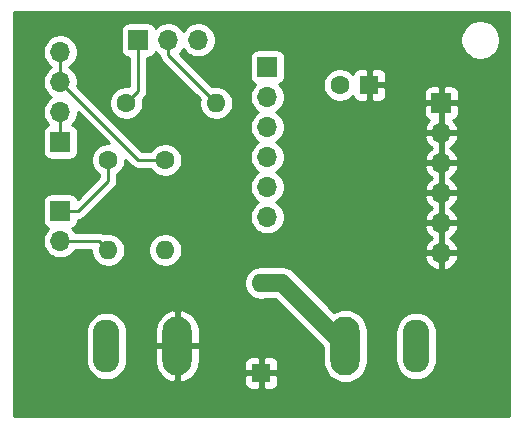
<source format=gtl>
%TF.GenerationSoftware,KiCad,Pcbnew,(5.1.10)-1*%
%TF.CreationDate,2021-06-21T00:52:30-07:00*%
%TF.ProjectId,LED Matrix,4c454420-4d61-4747-9269-782e6b696361,v01*%
%TF.SameCoordinates,Original*%
%TF.FileFunction,Copper,L1,Top*%
%TF.FilePolarity,Positive*%
%FSLAX46Y46*%
G04 Gerber Fmt 4.6, Leading zero omitted, Abs format (unit mm)*
G04 Created by KiCad (PCBNEW (5.1.10)-1) date 2021-06-21 00:52:30*
%MOMM*%
%LPD*%
G01*
G04 APERTURE LIST*
%TA.AperFunction,ComponentPad*%
%ADD10R,1.600000X1.600000*%
%TD*%
%TA.AperFunction,ComponentPad*%
%ADD11C,1.600000*%
%TD*%
%TA.AperFunction,ComponentPad*%
%ADD12O,2.250000X4.500000*%
%TD*%
%TA.AperFunction,ComponentPad*%
%ADD13O,2.500000X5.000000*%
%TD*%
%TA.AperFunction,ComponentPad*%
%ADD14R,1.700000X1.700000*%
%TD*%
%TA.AperFunction,ComponentPad*%
%ADD15O,1.700000X1.700000*%
%TD*%
%TA.AperFunction,ComponentPad*%
%ADD16O,1.600000X1.600000*%
%TD*%
%TA.AperFunction,Conductor*%
%ADD17C,1.524000*%
%TD*%
%TA.AperFunction,Conductor*%
%ADD18C,0.250000*%
%TD*%
%TA.AperFunction,Conductor*%
%ADD19C,0.254000*%
%TD*%
%TA.AperFunction,Conductor*%
%ADD20C,0.100000*%
%TD*%
G04 APERTURE END LIST*
D10*
%TO.P,C1,1*%
%TO.N,VDD*%
X152654000Y-83058000D03*
D11*
%TO.P,C1,2*%
%TO.N,GND*%
X150154000Y-83058000D03*
%TD*%
D12*
%TO.P,J1,2*%
%TO.N,GND*%
X130398000Y-105156000D03*
D13*
%TO.P,J1,1*%
%TO.N,VDD*%
X136398000Y-105156000D03*
%TD*%
D12*
%TO.P,J2,2*%
%TO.N,GND*%
X156622000Y-105156000D03*
D13*
%TO.P,J2,1*%
%TO.N,Net-(J2-Pad1)*%
X150622000Y-105156000D03*
%TD*%
D14*
%TO.P,J3,1*%
%TO.N,VDD*%
X158750000Y-84582000D03*
D15*
%TO.P,J3,2*%
X158750000Y-87122000D03*
%TO.P,J3,3*%
X158750000Y-89662000D03*
%TO.P,J3,4*%
X158750000Y-92202000D03*
%TO.P,J3,5*%
X158750000Y-94742000D03*
%TO.P,J3,6*%
X158750000Y-97282000D03*
%TD*%
%TO.P,J4,6*%
%TO.N,GND*%
X144018000Y-94234000D03*
%TO.P,J4,5*%
X144018000Y-91694000D03*
%TO.P,J4,4*%
X144018000Y-89154000D03*
%TO.P,J4,3*%
X144018000Y-86614000D03*
%TO.P,J4,2*%
X144018000Y-84074000D03*
D14*
%TO.P,J4,1*%
X144018000Y-81534000D03*
%TD*%
%TO.P,J5,1*%
%TO.N,Net-(J5-Pad1)*%
X133096000Y-79248000D03*
D15*
%TO.P,J5,2*%
%TO.N,Net-(J5-Pad2)*%
X135636000Y-79248000D03*
%TO.P,J5,3*%
%TO.N,GND*%
X138176000Y-79248000D03*
%TD*%
D14*
%TO.P,J6,1*%
%TO.N,Net-(J6-Pad1)*%
X126492000Y-93726000D03*
D15*
%TO.P,J6,2*%
%TO.N,Net-(J6-Pad2)*%
X126492000Y-96266000D03*
%TD*%
D14*
%TO.P,J7,1*%
%TO.N,Net-(J7-Pad1)*%
X126492000Y-87884000D03*
D15*
%TO.P,J7,2*%
X126492000Y-85344000D03*
%TO.P,J7,3*%
%TO.N,Net-(J7-Pad3)*%
X126492000Y-82804000D03*
%TO.P,J7,4*%
X126492000Y-80264000D03*
%TD*%
D16*
%TO.P,R1,2*%
%TO.N,Net-(J5-Pad2)*%
X139700000Y-84582000D03*
D11*
%TO.P,R1,1*%
%TO.N,Net-(J5-Pad1)*%
X132080000Y-84582000D03*
%TD*%
%TO.P,R2,1*%
%TO.N,Net-(J6-Pad1)*%
X130556000Y-89408000D03*
D16*
%TO.P,R2,2*%
%TO.N,Net-(J6-Pad2)*%
X130556000Y-97028000D03*
%TD*%
D11*
%TO.P,R3,1*%
%TO.N,Net-(J7-Pad3)*%
X135382000Y-89408000D03*
D16*
%TO.P,R3,2*%
%TO.N,GND*%
X135382000Y-97028000D03*
%TD*%
%TO.P,SW1,2*%
%TO.N,Net-(J2-Pad1)*%
X143510000Y-99822000D03*
D10*
%TO.P,SW1,1*%
%TO.N,VDD*%
X143510000Y-107442000D03*
%TD*%
D17*
%TO.N,Net-(J2-Pad1)*%
X145288000Y-99822000D02*
X150622000Y-105156000D01*
X143510000Y-99822000D02*
X145288000Y-99822000D01*
D18*
%TO.N,Net-(J5-Pad1)*%
X133096000Y-83566000D02*
X132080000Y-84582000D01*
X133096000Y-79248000D02*
X133096000Y-83566000D01*
%TO.N,Net-(J5-Pad2)*%
X135636000Y-80518000D02*
X139700000Y-84582000D01*
X135636000Y-79248000D02*
X135636000Y-80518000D01*
%TO.N,Net-(J6-Pad1)*%
X130556000Y-91186000D02*
X130556000Y-89408000D01*
X128016000Y-93726000D02*
X130556000Y-91186000D01*
X126492000Y-93726000D02*
X128016000Y-93726000D01*
%TO.N,Net-(J6-Pad2)*%
X129794000Y-96266000D02*
X130556000Y-97028000D01*
X126492000Y-96266000D02*
X129794000Y-96266000D01*
%TO.N,Net-(J7-Pad1)*%
X126492000Y-85344000D02*
X126492000Y-87884000D01*
%TO.N,Net-(J7-Pad3)*%
X126492000Y-80264000D02*
X126492000Y-82804000D01*
X133096000Y-89408000D02*
X135382000Y-89408000D01*
X126492000Y-82804000D02*
X133096000Y-89408000D01*
%TD*%
D19*
%TO.N,VDD*%
X164452301Y-111112300D02*
X122567700Y-111112300D01*
X122567700Y-106367452D01*
X128638000Y-106367452D01*
X128663467Y-106626019D01*
X128764105Y-106957780D01*
X128927534Y-107263533D01*
X129147471Y-107531529D01*
X129415466Y-107751466D01*
X129721219Y-107914895D01*
X130052980Y-108015533D01*
X130398000Y-108049515D01*
X130743019Y-108015533D01*
X131074780Y-107914895D01*
X131380533Y-107751466D01*
X131648529Y-107531529D01*
X131868466Y-107263534D01*
X132031895Y-106957781D01*
X132132533Y-106626020D01*
X132158000Y-106367453D01*
X132158000Y-105283000D01*
X134513000Y-105283000D01*
X134513000Y-106533000D01*
X134573996Y-106898305D01*
X134705088Y-107244691D01*
X134901237Y-107558847D01*
X135154906Y-107828699D01*
X135456347Y-108043878D01*
X135793975Y-108196114D01*
X135978355Y-108243695D01*
X136271000Y-108127572D01*
X136271000Y-105283000D01*
X136525000Y-105283000D01*
X136525000Y-108127572D01*
X136817645Y-108243695D01*
X136824213Y-108242000D01*
X142071928Y-108242000D01*
X142084188Y-108366482D01*
X142120498Y-108486180D01*
X142179463Y-108596494D01*
X142258815Y-108693185D01*
X142355506Y-108772537D01*
X142465820Y-108831502D01*
X142585518Y-108867812D01*
X142710000Y-108880072D01*
X143224250Y-108877000D01*
X143383000Y-108718250D01*
X143383000Y-107569000D01*
X143637000Y-107569000D01*
X143637000Y-108718250D01*
X143795750Y-108877000D01*
X144310000Y-108880072D01*
X144434482Y-108867812D01*
X144554180Y-108831502D01*
X144664494Y-108772537D01*
X144761185Y-108693185D01*
X144840537Y-108596494D01*
X144899502Y-108486180D01*
X144935812Y-108366482D01*
X144948072Y-108242000D01*
X144945000Y-107727750D01*
X144786250Y-107569000D01*
X143637000Y-107569000D01*
X143383000Y-107569000D01*
X142233750Y-107569000D01*
X142075000Y-107727750D01*
X142071928Y-108242000D01*
X136824213Y-108242000D01*
X137002025Y-108196114D01*
X137339653Y-108043878D01*
X137641094Y-107828699D01*
X137894763Y-107558847D01*
X138090912Y-107244691D01*
X138222004Y-106898305D01*
X138264799Y-106642000D01*
X142071928Y-106642000D01*
X142075000Y-107156250D01*
X142233750Y-107315000D01*
X143383000Y-107315000D01*
X143383000Y-106165750D01*
X143637000Y-106165750D01*
X143637000Y-107315000D01*
X144786250Y-107315000D01*
X144945000Y-107156250D01*
X144948072Y-106642000D01*
X144935812Y-106517518D01*
X144899502Y-106397820D01*
X144840537Y-106287506D01*
X144761185Y-106190815D01*
X144664494Y-106111463D01*
X144554180Y-106052498D01*
X144434482Y-106016188D01*
X144310000Y-106003928D01*
X143795750Y-106007000D01*
X143637000Y-106165750D01*
X143383000Y-106165750D01*
X143224250Y-106007000D01*
X142710000Y-106003928D01*
X142585518Y-106016188D01*
X142465820Y-106052498D01*
X142355506Y-106111463D01*
X142258815Y-106190815D01*
X142179463Y-106287506D01*
X142120498Y-106397820D01*
X142084188Y-106517518D01*
X142071928Y-106642000D01*
X138264799Y-106642000D01*
X138283000Y-106533000D01*
X138283000Y-105283000D01*
X136525000Y-105283000D01*
X136271000Y-105283000D01*
X134513000Y-105283000D01*
X132158000Y-105283000D01*
X132158000Y-103944547D01*
X132141695Y-103779000D01*
X134513000Y-103779000D01*
X134513000Y-105029000D01*
X136271000Y-105029000D01*
X136271000Y-102184428D01*
X136525000Y-102184428D01*
X136525000Y-105029000D01*
X138283000Y-105029000D01*
X138283000Y-103779000D01*
X138222004Y-103413695D01*
X138090912Y-103067309D01*
X137894763Y-102753153D01*
X137641094Y-102483301D01*
X137339653Y-102268122D01*
X137002025Y-102115886D01*
X136817645Y-102068305D01*
X136525000Y-102184428D01*
X136271000Y-102184428D01*
X135978355Y-102068305D01*
X135793975Y-102115886D01*
X135456347Y-102268122D01*
X135154906Y-102483301D01*
X134901237Y-102753153D01*
X134705088Y-103067309D01*
X134573996Y-103413695D01*
X134513000Y-103779000D01*
X132141695Y-103779000D01*
X132132533Y-103685980D01*
X132031895Y-103354219D01*
X131868466Y-103048466D01*
X131648529Y-102780471D01*
X131380534Y-102560534D01*
X131074781Y-102397105D01*
X130743020Y-102296467D01*
X130398000Y-102262485D01*
X130052981Y-102296467D01*
X129721220Y-102397105D01*
X129415467Y-102560534D01*
X129147472Y-102780471D01*
X128927535Y-103048466D01*
X128764106Y-103354219D01*
X128663468Y-103685980D01*
X128638001Y-103944547D01*
X128638000Y-106367452D01*
X122567700Y-106367452D01*
X122567700Y-99680665D01*
X142075000Y-99680665D01*
X142075000Y-99963335D01*
X142130147Y-100240574D01*
X142238320Y-100501727D01*
X142395363Y-100736759D01*
X142595241Y-100936637D01*
X142830273Y-101093680D01*
X143091426Y-101201853D01*
X143368665Y-101257000D01*
X143651335Y-101257000D01*
X143842371Y-101219000D01*
X144709345Y-101219000D01*
X148737001Y-105246657D01*
X148737001Y-106498597D01*
X148764276Y-106775524D01*
X148872062Y-107130848D01*
X149047098Y-107458317D01*
X149282656Y-107745345D01*
X149569684Y-107980903D01*
X149897153Y-108155939D01*
X150252477Y-108263725D01*
X150622000Y-108300120D01*
X150991524Y-108263725D01*
X151346848Y-108155939D01*
X151674317Y-107980903D01*
X151961345Y-107745345D01*
X152196903Y-107458317D01*
X152371939Y-107130848D01*
X152479725Y-106775524D01*
X152507000Y-106498597D01*
X152507000Y-103944548D01*
X154862000Y-103944548D01*
X154862001Y-106367453D01*
X154887468Y-106626020D01*
X154988106Y-106957781D01*
X155151535Y-107263534D01*
X155371472Y-107531529D01*
X155639467Y-107751466D01*
X155945220Y-107914895D01*
X156276981Y-108015533D01*
X156622000Y-108049515D01*
X156967020Y-108015533D01*
X157298781Y-107914895D01*
X157604534Y-107751466D01*
X157872529Y-107531529D01*
X158092466Y-107263534D01*
X158255895Y-106957781D01*
X158356533Y-106626020D01*
X158382000Y-106367453D01*
X158382000Y-103944547D01*
X158356533Y-103685980D01*
X158255895Y-103354219D01*
X158092466Y-103048466D01*
X157872529Y-102780471D01*
X157604533Y-102560534D01*
X157298780Y-102397105D01*
X156967019Y-102296467D01*
X156622000Y-102262485D01*
X156276980Y-102296467D01*
X155945219Y-102397105D01*
X155639466Y-102560534D01*
X155371471Y-102780471D01*
X155151534Y-103048467D01*
X154988105Y-103354220D01*
X154887467Y-103685981D01*
X154862000Y-103944548D01*
X152507000Y-103944548D01*
X152507000Y-103813403D01*
X152479725Y-103536476D01*
X152371939Y-103181152D01*
X152196903Y-102853683D01*
X151961345Y-102566655D01*
X151674317Y-102331097D01*
X151346847Y-102156061D01*
X150991523Y-102048275D01*
X150622000Y-102011880D01*
X150252476Y-102048275D01*
X149897152Y-102156061D01*
X149702018Y-102260362D01*
X146324364Y-98882709D01*
X146280608Y-98829392D01*
X146067887Y-98654817D01*
X145825195Y-98525096D01*
X145561860Y-98445214D01*
X145356625Y-98425000D01*
X145288000Y-98418241D01*
X145219375Y-98425000D01*
X143842371Y-98425000D01*
X143651335Y-98387000D01*
X143368665Y-98387000D01*
X143091426Y-98442147D01*
X142830273Y-98550320D01*
X142595241Y-98707363D01*
X142395363Y-98907241D01*
X142238320Y-99142273D01*
X142130147Y-99403426D01*
X142075000Y-99680665D01*
X122567700Y-99680665D01*
X122567700Y-87034000D01*
X125003928Y-87034000D01*
X125003928Y-88734000D01*
X125016188Y-88858482D01*
X125052498Y-88978180D01*
X125111463Y-89088494D01*
X125190815Y-89185185D01*
X125287506Y-89264537D01*
X125397820Y-89323502D01*
X125517518Y-89359812D01*
X125642000Y-89372072D01*
X127342000Y-89372072D01*
X127466482Y-89359812D01*
X127586180Y-89323502D01*
X127696494Y-89264537D01*
X127793185Y-89185185D01*
X127872537Y-89088494D01*
X127931502Y-88978180D01*
X127967812Y-88858482D01*
X127980072Y-88734000D01*
X127980072Y-87034000D01*
X127967812Y-86909518D01*
X127931502Y-86789820D01*
X127872537Y-86679506D01*
X127793185Y-86582815D01*
X127696494Y-86503463D01*
X127586180Y-86444498D01*
X127513620Y-86422487D01*
X127645475Y-86290632D01*
X127807990Y-86047411D01*
X127919932Y-85777158D01*
X127977000Y-85490260D01*
X127977000Y-85363801D01*
X130586198Y-87973000D01*
X130414665Y-87973000D01*
X130137426Y-88028147D01*
X129876273Y-88136320D01*
X129641241Y-88293363D01*
X129441363Y-88493241D01*
X129284320Y-88728273D01*
X129176147Y-88989426D01*
X129121000Y-89266665D01*
X129121000Y-89549335D01*
X129176147Y-89826574D01*
X129284320Y-90087727D01*
X129441363Y-90322759D01*
X129641241Y-90522637D01*
X129796000Y-90626044D01*
X129796000Y-90871197D01*
X127955679Y-92711520D01*
X127931502Y-92631820D01*
X127872537Y-92521506D01*
X127793185Y-92424815D01*
X127696494Y-92345463D01*
X127586180Y-92286498D01*
X127466482Y-92250188D01*
X127342000Y-92237928D01*
X125642000Y-92237928D01*
X125517518Y-92250188D01*
X125397820Y-92286498D01*
X125287506Y-92345463D01*
X125190815Y-92424815D01*
X125111463Y-92521506D01*
X125052498Y-92631820D01*
X125016188Y-92751518D01*
X125003928Y-92876000D01*
X125003928Y-94576000D01*
X125016188Y-94700482D01*
X125052498Y-94820180D01*
X125111463Y-94930494D01*
X125190815Y-95027185D01*
X125287506Y-95106537D01*
X125397820Y-95165502D01*
X125470380Y-95187513D01*
X125338525Y-95319368D01*
X125176010Y-95562589D01*
X125064068Y-95832842D01*
X125007000Y-96119740D01*
X125007000Y-96412260D01*
X125064068Y-96699158D01*
X125176010Y-96969411D01*
X125338525Y-97212632D01*
X125545368Y-97419475D01*
X125788589Y-97581990D01*
X126058842Y-97693932D01*
X126345740Y-97751000D01*
X126638260Y-97751000D01*
X126925158Y-97693932D01*
X127195411Y-97581990D01*
X127438632Y-97419475D01*
X127645475Y-97212632D01*
X127770178Y-97026000D01*
X129121000Y-97026000D01*
X129121000Y-97169335D01*
X129176147Y-97446574D01*
X129284320Y-97707727D01*
X129441363Y-97942759D01*
X129641241Y-98142637D01*
X129876273Y-98299680D01*
X130137426Y-98407853D01*
X130414665Y-98463000D01*
X130697335Y-98463000D01*
X130974574Y-98407853D01*
X131235727Y-98299680D01*
X131470759Y-98142637D01*
X131670637Y-97942759D01*
X131827680Y-97707727D01*
X131935853Y-97446574D01*
X131991000Y-97169335D01*
X131991000Y-96886665D01*
X133947000Y-96886665D01*
X133947000Y-97169335D01*
X134002147Y-97446574D01*
X134110320Y-97707727D01*
X134267363Y-97942759D01*
X134467241Y-98142637D01*
X134702273Y-98299680D01*
X134963426Y-98407853D01*
X135240665Y-98463000D01*
X135523335Y-98463000D01*
X135800574Y-98407853D01*
X136061727Y-98299680D01*
X136296759Y-98142637D01*
X136496637Y-97942759D01*
X136653680Y-97707727D01*
X136682193Y-97638890D01*
X157308524Y-97638890D01*
X157353175Y-97786099D01*
X157478359Y-98048920D01*
X157652412Y-98282269D01*
X157868645Y-98477178D01*
X158118748Y-98626157D01*
X158393109Y-98723481D01*
X158623000Y-98602814D01*
X158623000Y-97409000D01*
X158877000Y-97409000D01*
X158877000Y-98602814D01*
X159106891Y-98723481D01*
X159381252Y-98626157D01*
X159631355Y-98477178D01*
X159847588Y-98282269D01*
X160021641Y-98048920D01*
X160146825Y-97786099D01*
X160191476Y-97638890D01*
X160070155Y-97409000D01*
X158877000Y-97409000D01*
X158623000Y-97409000D01*
X157429845Y-97409000D01*
X157308524Y-97638890D01*
X136682193Y-97638890D01*
X136761853Y-97446574D01*
X136817000Y-97169335D01*
X136817000Y-96886665D01*
X136761853Y-96609426D01*
X136653680Y-96348273D01*
X136496637Y-96113241D01*
X136296759Y-95913363D01*
X136061727Y-95756320D01*
X135800574Y-95648147D01*
X135523335Y-95593000D01*
X135240665Y-95593000D01*
X134963426Y-95648147D01*
X134702273Y-95756320D01*
X134467241Y-95913363D01*
X134267363Y-96113241D01*
X134110320Y-96348273D01*
X134002147Y-96609426D01*
X133947000Y-96886665D01*
X131991000Y-96886665D01*
X131935853Y-96609426D01*
X131827680Y-96348273D01*
X131670637Y-96113241D01*
X131470759Y-95913363D01*
X131235727Y-95756320D01*
X130974574Y-95648147D01*
X130697335Y-95593000D01*
X130414665Y-95593000D01*
X130219295Y-95631862D01*
X130218276Y-95631026D01*
X130086247Y-95560454D01*
X129942986Y-95516997D01*
X129831333Y-95506000D01*
X129831322Y-95506000D01*
X129794000Y-95502324D01*
X129756678Y-95506000D01*
X127770178Y-95506000D01*
X127645475Y-95319368D01*
X127513620Y-95187513D01*
X127586180Y-95165502D01*
X127696494Y-95106537D01*
X127793185Y-95027185D01*
X127872537Y-94930494D01*
X127931502Y-94820180D01*
X127967812Y-94700482D01*
X127980072Y-94576000D01*
X127980072Y-94486137D01*
X128016000Y-94489676D01*
X128053322Y-94486000D01*
X128053333Y-94486000D01*
X128164986Y-94475003D01*
X128308247Y-94431546D01*
X128440276Y-94360974D01*
X128556001Y-94266001D01*
X128579804Y-94236997D01*
X131067009Y-91749794D01*
X131096001Y-91726001D01*
X131119795Y-91697008D01*
X131119799Y-91697004D01*
X131190973Y-91610277D01*
X131190974Y-91610276D01*
X131261546Y-91478247D01*
X131305003Y-91334986D01*
X131316000Y-91223333D01*
X131316000Y-91223324D01*
X131319676Y-91186001D01*
X131316000Y-91148678D01*
X131316000Y-90626043D01*
X131470759Y-90522637D01*
X131670637Y-90322759D01*
X131827680Y-90087727D01*
X131935853Y-89826574D01*
X131991000Y-89549335D01*
X131991000Y-89377802D01*
X132532201Y-89919003D01*
X132555999Y-89948001D01*
X132671724Y-90042974D01*
X132803753Y-90113546D01*
X132947014Y-90157003D01*
X133058667Y-90168000D01*
X133058676Y-90168000D01*
X133095999Y-90171676D01*
X133133322Y-90168000D01*
X134163957Y-90168000D01*
X134267363Y-90322759D01*
X134467241Y-90522637D01*
X134702273Y-90679680D01*
X134963426Y-90787853D01*
X135240665Y-90843000D01*
X135523335Y-90843000D01*
X135800574Y-90787853D01*
X136061727Y-90679680D01*
X136296759Y-90522637D01*
X136496637Y-90322759D01*
X136653680Y-90087727D01*
X136761853Y-89826574D01*
X136817000Y-89549335D01*
X136817000Y-89266665D01*
X136761853Y-88989426D01*
X136653680Y-88728273D01*
X136496637Y-88493241D01*
X136296759Y-88293363D01*
X136061727Y-88136320D01*
X135800574Y-88028147D01*
X135523335Y-87973000D01*
X135240665Y-87973000D01*
X134963426Y-88028147D01*
X134702273Y-88136320D01*
X134467241Y-88293363D01*
X134267363Y-88493241D01*
X134163957Y-88648000D01*
X133410802Y-88648000D01*
X129203467Y-84440665D01*
X130645000Y-84440665D01*
X130645000Y-84723335D01*
X130700147Y-85000574D01*
X130808320Y-85261727D01*
X130965363Y-85496759D01*
X131165241Y-85696637D01*
X131400273Y-85853680D01*
X131661426Y-85961853D01*
X131938665Y-86017000D01*
X132221335Y-86017000D01*
X132498574Y-85961853D01*
X132759727Y-85853680D01*
X132994759Y-85696637D01*
X133194637Y-85496759D01*
X133351680Y-85261727D01*
X133459853Y-85000574D01*
X133515000Y-84723335D01*
X133515000Y-84440665D01*
X133478688Y-84258114D01*
X133607003Y-84129799D01*
X133636001Y-84106001D01*
X133700007Y-84028010D01*
X133730974Y-83990277D01*
X133801546Y-83858247D01*
X133801621Y-83858000D01*
X133845003Y-83714986D01*
X133856000Y-83603333D01*
X133856000Y-83603323D01*
X133859676Y-83566000D01*
X133856000Y-83528678D01*
X133856000Y-80736072D01*
X133946000Y-80736072D01*
X134070482Y-80723812D01*
X134190180Y-80687502D01*
X134300494Y-80628537D01*
X134397185Y-80549185D01*
X134476537Y-80452494D01*
X134535502Y-80342180D01*
X134557513Y-80269620D01*
X134689368Y-80401475D01*
X134872927Y-80524125D01*
X134876001Y-80555333D01*
X134886998Y-80666986D01*
X134900180Y-80710442D01*
X134930454Y-80810246D01*
X135001026Y-80942276D01*
X135072201Y-81029002D01*
X135096000Y-81058001D01*
X135124998Y-81081799D01*
X138301312Y-84258114D01*
X138265000Y-84440665D01*
X138265000Y-84723335D01*
X138320147Y-85000574D01*
X138428320Y-85261727D01*
X138585363Y-85496759D01*
X138785241Y-85696637D01*
X139020273Y-85853680D01*
X139281426Y-85961853D01*
X139558665Y-86017000D01*
X139841335Y-86017000D01*
X140118574Y-85961853D01*
X140379727Y-85853680D01*
X140614759Y-85696637D01*
X140814637Y-85496759D01*
X140971680Y-85261727D01*
X141079853Y-85000574D01*
X141135000Y-84723335D01*
X141135000Y-84440665D01*
X141079853Y-84163426D01*
X140971680Y-83902273D01*
X140814637Y-83667241D01*
X140614759Y-83467363D01*
X140379727Y-83310320D01*
X140118574Y-83202147D01*
X139841335Y-83147000D01*
X139558665Y-83147000D01*
X139376114Y-83183312D01*
X136588454Y-80395653D01*
X136789475Y-80194632D01*
X136906000Y-80020240D01*
X137022525Y-80194632D01*
X137229368Y-80401475D01*
X137472589Y-80563990D01*
X137742842Y-80675932D01*
X138029740Y-80733000D01*
X138322260Y-80733000D01*
X138568597Y-80684000D01*
X142529928Y-80684000D01*
X142529928Y-82384000D01*
X142542188Y-82508482D01*
X142578498Y-82628180D01*
X142637463Y-82738494D01*
X142716815Y-82835185D01*
X142813506Y-82914537D01*
X142923820Y-82973502D01*
X142996380Y-82995513D01*
X142864525Y-83127368D01*
X142702010Y-83370589D01*
X142590068Y-83640842D01*
X142533000Y-83927740D01*
X142533000Y-84220260D01*
X142590068Y-84507158D01*
X142702010Y-84777411D01*
X142864525Y-85020632D01*
X143071368Y-85227475D01*
X143245760Y-85344000D01*
X143071368Y-85460525D01*
X142864525Y-85667368D01*
X142702010Y-85910589D01*
X142590068Y-86180842D01*
X142533000Y-86467740D01*
X142533000Y-86760260D01*
X142590068Y-87047158D01*
X142702010Y-87317411D01*
X142864525Y-87560632D01*
X143071368Y-87767475D01*
X143245760Y-87884000D01*
X143071368Y-88000525D01*
X142864525Y-88207368D01*
X142702010Y-88450589D01*
X142590068Y-88720842D01*
X142533000Y-89007740D01*
X142533000Y-89300260D01*
X142590068Y-89587158D01*
X142702010Y-89857411D01*
X142864525Y-90100632D01*
X143071368Y-90307475D01*
X143245760Y-90424000D01*
X143071368Y-90540525D01*
X142864525Y-90747368D01*
X142702010Y-90990589D01*
X142590068Y-91260842D01*
X142533000Y-91547740D01*
X142533000Y-91840260D01*
X142590068Y-92127158D01*
X142702010Y-92397411D01*
X142864525Y-92640632D01*
X143071368Y-92847475D01*
X143245760Y-92964000D01*
X143071368Y-93080525D01*
X142864525Y-93287368D01*
X142702010Y-93530589D01*
X142590068Y-93800842D01*
X142533000Y-94087740D01*
X142533000Y-94380260D01*
X142590068Y-94667158D01*
X142702010Y-94937411D01*
X142864525Y-95180632D01*
X143071368Y-95387475D01*
X143314589Y-95549990D01*
X143584842Y-95661932D01*
X143871740Y-95719000D01*
X144164260Y-95719000D01*
X144451158Y-95661932D01*
X144721411Y-95549990D01*
X144964632Y-95387475D01*
X145171475Y-95180632D01*
X145226093Y-95098890D01*
X157308524Y-95098890D01*
X157353175Y-95246099D01*
X157478359Y-95508920D01*
X157652412Y-95742269D01*
X157868645Y-95937178D01*
X157994255Y-96012000D01*
X157868645Y-96086822D01*
X157652412Y-96281731D01*
X157478359Y-96515080D01*
X157353175Y-96777901D01*
X157308524Y-96925110D01*
X157429845Y-97155000D01*
X158623000Y-97155000D01*
X158623000Y-94869000D01*
X158877000Y-94869000D01*
X158877000Y-97155000D01*
X160070155Y-97155000D01*
X160191476Y-96925110D01*
X160146825Y-96777901D01*
X160021641Y-96515080D01*
X159847588Y-96281731D01*
X159631355Y-96086822D01*
X159505745Y-96012000D01*
X159631355Y-95937178D01*
X159847588Y-95742269D01*
X160021641Y-95508920D01*
X160146825Y-95246099D01*
X160191476Y-95098890D01*
X160070155Y-94869000D01*
X158877000Y-94869000D01*
X158623000Y-94869000D01*
X157429845Y-94869000D01*
X157308524Y-95098890D01*
X145226093Y-95098890D01*
X145333990Y-94937411D01*
X145445932Y-94667158D01*
X145503000Y-94380260D01*
X145503000Y-94087740D01*
X145445932Y-93800842D01*
X145333990Y-93530589D01*
X145171475Y-93287368D01*
X144964632Y-93080525D01*
X144790240Y-92964000D01*
X144964632Y-92847475D01*
X145171475Y-92640632D01*
X145226093Y-92558890D01*
X157308524Y-92558890D01*
X157353175Y-92706099D01*
X157478359Y-92968920D01*
X157652412Y-93202269D01*
X157868645Y-93397178D01*
X157994255Y-93472000D01*
X157868645Y-93546822D01*
X157652412Y-93741731D01*
X157478359Y-93975080D01*
X157353175Y-94237901D01*
X157308524Y-94385110D01*
X157429845Y-94615000D01*
X158623000Y-94615000D01*
X158623000Y-92329000D01*
X158877000Y-92329000D01*
X158877000Y-94615000D01*
X160070155Y-94615000D01*
X160191476Y-94385110D01*
X160146825Y-94237901D01*
X160021641Y-93975080D01*
X159847588Y-93741731D01*
X159631355Y-93546822D01*
X159505745Y-93472000D01*
X159631355Y-93397178D01*
X159847588Y-93202269D01*
X160021641Y-92968920D01*
X160146825Y-92706099D01*
X160191476Y-92558890D01*
X160070155Y-92329000D01*
X158877000Y-92329000D01*
X158623000Y-92329000D01*
X157429845Y-92329000D01*
X157308524Y-92558890D01*
X145226093Y-92558890D01*
X145333990Y-92397411D01*
X145445932Y-92127158D01*
X145503000Y-91840260D01*
X145503000Y-91547740D01*
X145445932Y-91260842D01*
X145333990Y-90990589D01*
X145171475Y-90747368D01*
X144964632Y-90540525D01*
X144790240Y-90424000D01*
X144964632Y-90307475D01*
X145171475Y-90100632D01*
X145226093Y-90018890D01*
X157308524Y-90018890D01*
X157353175Y-90166099D01*
X157478359Y-90428920D01*
X157652412Y-90662269D01*
X157868645Y-90857178D01*
X157994255Y-90932000D01*
X157868645Y-91006822D01*
X157652412Y-91201731D01*
X157478359Y-91435080D01*
X157353175Y-91697901D01*
X157308524Y-91845110D01*
X157429845Y-92075000D01*
X158623000Y-92075000D01*
X158623000Y-89789000D01*
X158877000Y-89789000D01*
X158877000Y-92075000D01*
X160070155Y-92075000D01*
X160191476Y-91845110D01*
X160146825Y-91697901D01*
X160021641Y-91435080D01*
X159847588Y-91201731D01*
X159631355Y-91006822D01*
X159505745Y-90932000D01*
X159631355Y-90857178D01*
X159847588Y-90662269D01*
X160021641Y-90428920D01*
X160146825Y-90166099D01*
X160191476Y-90018890D01*
X160070155Y-89789000D01*
X158877000Y-89789000D01*
X158623000Y-89789000D01*
X157429845Y-89789000D01*
X157308524Y-90018890D01*
X145226093Y-90018890D01*
X145333990Y-89857411D01*
X145445932Y-89587158D01*
X145503000Y-89300260D01*
X145503000Y-89007740D01*
X145445932Y-88720842D01*
X145333990Y-88450589D01*
X145171475Y-88207368D01*
X144964632Y-88000525D01*
X144790240Y-87884000D01*
X144964632Y-87767475D01*
X145171475Y-87560632D01*
X145226093Y-87478890D01*
X157308524Y-87478890D01*
X157353175Y-87626099D01*
X157478359Y-87888920D01*
X157652412Y-88122269D01*
X157868645Y-88317178D01*
X157994255Y-88392000D01*
X157868645Y-88466822D01*
X157652412Y-88661731D01*
X157478359Y-88895080D01*
X157353175Y-89157901D01*
X157308524Y-89305110D01*
X157429845Y-89535000D01*
X158623000Y-89535000D01*
X158623000Y-87249000D01*
X158877000Y-87249000D01*
X158877000Y-89535000D01*
X160070155Y-89535000D01*
X160191476Y-89305110D01*
X160146825Y-89157901D01*
X160021641Y-88895080D01*
X159847588Y-88661731D01*
X159631355Y-88466822D01*
X159505745Y-88392000D01*
X159631355Y-88317178D01*
X159847588Y-88122269D01*
X160021641Y-87888920D01*
X160146825Y-87626099D01*
X160191476Y-87478890D01*
X160070155Y-87249000D01*
X158877000Y-87249000D01*
X158623000Y-87249000D01*
X157429845Y-87249000D01*
X157308524Y-87478890D01*
X145226093Y-87478890D01*
X145333990Y-87317411D01*
X145445932Y-87047158D01*
X145503000Y-86760260D01*
X145503000Y-86467740D01*
X145445932Y-86180842D01*
X145333990Y-85910589D01*
X145171475Y-85667368D01*
X144964632Y-85460525D01*
X144921942Y-85432000D01*
X157261928Y-85432000D01*
X157274188Y-85556482D01*
X157310498Y-85676180D01*
X157369463Y-85786494D01*
X157448815Y-85883185D01*
X157545506Y-85962537D01*
X157655820Y-86021502D01*
X157736466Y-86045966D01*
X157652412Y-86121731D01*
X157478359Y-86355080D01*
X157353175Y-86617901D01*
X157308524Y-86765110D01*
X157429845Y-86995000D01*
X158623000Y-86995000D01*
X158623000Y-84709000D01*
X158877000Y-84709000D01*
X158877000Y-86995000D01*
X160070155Y-86995000D01*
X160191476Y-86765110D01*
X160146825Y-86617901D01*
X160021641Y-86355080D01*
X159847588Y-86121731D01*
X159763534Y-86045966D01*
X159844180Y-86021502D01*
X159954494Y-85962537D01*
X160051185Y-85883185D01*
X160130537Y-85786494D01*
X160189502Y-85676180D01*
X160225812Y-85556482D01*
X160238072Y-85432000D01*
X160235000Y-84867750D01*
X160076250Y-84709000D01*
X158877000Y-84709000D01*
X158623000Y-84709000D01*
X157423750Y-84709000D01*
X157265000Y-84867750D01*
X157261928Y-85432000D01*
X144921942Y-85432000D01*
X144790240Y-85344000D01*
X144964632Y-85227475D01*
X145171475Y-85020632D01*
X145333990Y-84777411D01*
X145445932Y-84507158D01*
X145503000Y-84220260D01*
X145503000Y-83927740D01*
X145445932Y-83640842D01*
X145333990Y-83370589D01*
X145171475Y-83127368D01*
X145039620Y-82995513D01*
X145112180Y-82973502D01*
X145218512Y-82916665D01*
X148719000Y-82916665D01*
X148719000Y-83199335D01*
X148774147Y-83476574D01*
X148882320Y-83737727D01*
X149039363Y-83972759D01*
X149239241Y-84172637D01*
X149474273Y-84329680D01*
X149735426Y-84437853D01*
X150012665Y-84493000D01*
X150295335Y-84493000D01*
X150572574Y-84437853D01*
X150833727Y-84329680D01*
X151068759Y-84172637D01*
X151235339Y-84006057D01*
X151264498Y-84102180D01*
X151323463Y-84212494D01*
X151402815Y-84309185D01*
X151499506Y-84388537D01*
X151609820Y-84447502D01*
X151729518Y-84483812D01*
X151854000Y-84496072D01*
X152368250Y-84493000D01*
X152527000Y-84334250D01*
X152527000Y-83185000D01*
X152781000Y-83185000D01*
X152781000Y-84334250D01*
X152939750Y-84493000D01*
X153454000Y-84496072D01*
X153578482Y-84483812D01*
X153698180Y-84447502D01*
X153808494Y-84388537D01*
X153905185Y-84309185D01*
X153984537Y-84212494D01*
X154043502Y-84102180D01*
X154079812Y-83982482D01*
X154092072Y-83858000D01*
X154091320Y-83732000D01*
X157261928Y-83732000D01*
X157265000Y-84296250D01*
X157423750Y-84455000D01*
X158623000Y-84455000D01*
X158623000Y-83255750D01*
X158877000Y-83255750D01*
X158877000Y-84455000D01*
X160076250Y-84455000D01*
X160235000Y-84296250D01*
X160238072Y-83732000D01*
X160225812Y-83607518D01*
X160189502Y-83487820D01*
X160130537Y-83377506D01*
X160051185Y-83280815D01*
X159954494Y-83201463D01*
X159844180Y-83142498D01*
X159724482Y-83106188D01*
X159600000Y-83093928D01*
X159035750Y-83097000D01*
X158877000Y-83255750D01*
X158623000Y-83255750D01*
X158464250Y-83097000D01*
X157900000Y-83093928D01*
X157775518Y-83106188D01*
X157655820Y-83142498D01*
X157545506Y-83201463D01*
X157448815Y-83280815D01*
X157369463Y-83377506D01*
X157310498Y-83487820D01*
X157274188Y-83607518D01*
X157261928Y-83732000D01*
X154091320Y-83732000D01*
X154089000Y-83343750D01*
X153930250Y-83185000D01*
X152781000Y-83185000D01*
X152527000Y-83185000D01*
X152507000Y-83185000D01*
X152507000Y-82931000D01*
X152527000Y-82931000D01*
X152527000Y-81781750D01*
X152781000Y-81781750D01*
X152781000Y-82931000D01*
X153930250Y-82931000D01*
X154089000Y-82772250D01*
X154092072Y-82258000D01*
X154079812Y-82133518D01*
X154043502Y-82013820D01*
X153984537Y-81903506D01*
X153905185Y-81806815D01*
X153808494Y-81727463D01*
X153698180Y-81668498D01*
X153578482Y-81632188D01*
X153454000Y-81619928D01*
X152939750Y-81623000D01*
X152781000Y-81781750D01*
X152527000Y-81781750D01*
X152368250Y-81623000D01*
X151854000Y-81619928D01*
X151729518Y-81632188D01*
X151609820Y-81668498D01*
X151499506Y-81727463D01*
X151402815Y-81806815D01*
X151323463Y-81903506D01*
X151264498Y-82013820D01*
X151235339Y-82109943D01*
X151068759Y-81943363D01*
X150833727Y-81786320D01*
X150572574Y-81678147D01*
X150295335Y-81623000D01*
X150012665Y-81623000D01*
X149735426Y-81678147D01*
X149474273Y-81786320D01*
X149239241Y-81943363D01*
X149039363Y-82143241D01*
X148882320Y-82378273D01*
X148774147Y-82639426D01*
X148719000Y-82916665D01*
X145218512Y-82916665D01*
X145222494Y-82914537D01*
X145319185Y-82835185D01*
X145398537Y-82738494D01*
X145457502Y-82628180D01*
X145493812Y-82508482D01*
X145506072Y-82384000D01*
X145506072Y-80684000D01*
X145493812Y-80559518D01*
X145457502Y-80439820D01*
X145398537Y-80329506D01*
X145319185Y-80232815D01*
X145222494Y-80153463D01*
X145112180Y-80094498D01*
X144992482Y-80058188D01*
X144868000Y-80045928D01*
X143168000Y-80045928D01*
X143043518Y-80058188D01*
X142923820Y-80094498D01*
X142813506Y-80153463D01*
X142716815Y-80232815D01*
X142637463Y-80329506D01*
X142578498Y-80439820D01*
X142542188Y-80559518D01*
X142529928Y-80684000D01*
X138568597Y-80684000D01*
X138609158Y-80675932D01*
X138879411Y-80563990D01*
X139122632Y-80401475D01*
X139329475Y-80194632D01*
X139491990Y-79951411D01*
X139603932Y-79681158D01*
X139661000Y-79394260D01*
X139661000Y-79101740D01*
X139657082Y-79082042D01*
X160367000Y-79082042D01*
X160367000Y-79413958D01*
X160431754Y-79739496D01*
X160558772Y-80046147D01*
X160743175Y-80322125D01*
X160977875Y-80556825D01*
X161253853Y-80741228D01*
X161560504Y-80868246D01*
X161886042Y-80933000D01*
X162217958Y-80933000D01*
X162543496Y-80868246D01*
X162850147Y-80741228D01*
X163126125Y-80556825D01*
X163360825Y-80322125D01*
X163545228Y-80046147D01*
X163672246Y-79739496D01*
X163737000Y-79413958D01*
X163737000Y-79082042D01*
X163672246Y-78756504D01*
X163545228Y-78449853D01*
X163360825Y-78173875D01*
X163126125Y-77939175D01*
X162850147Y-77754772D01*
X162543496Y-77627754D01*
X162217958Y-77563000D01*
X161886042Y-77563000D01*
X161560504Y-77627754D01*
X161253853Y-77754772D01*
X160977875Y-77939175D01*
X160743175Y-78173875D01*
X160558772Y-78449853D01*
X160431754Y-78756504D01*
X160367000Y-79082042D01*
X139657082Y-79082042D01*
X139603932Y-78814842D01*
X139491990Y-78544589D01*
X139329475Y-78301368D01*
X139122632Y-78094525D01*
X138879411Y-77932010D01*
X138609158Y-77820068D01*
X138322260Y-77763000D01*
X138029740Y-77763000D01*
X137742842Y-77820068D01*
X137472589Y-77932010D01*
X137229368Y-78094525D01*
X137022525Y-78301368D01*
X136906000Y-78475760D01*
X136789475Y-78301368D01*
X136582632Y-78094525D01*
X136339411Y-77932010D01*
X136069158Y-77820068D01*
X135782260Y-77763000D01*
X135489740Y-77763000D01*
X135202842Y-77820068D01*
X134932589Y-77932010D01*
X134689368Y-78094525D01*
X134557513Y-78226380D01*
X134535502Y-78153820D01*
X134476537Y-78043506D01*
X134397185Y-77946815D01*
X134300494Y-77867463D01*
X134190180Y-77808498D01*
X134070482Y-77772188D01*
X133946000Y-77759928D01*
X132246000Y-77759928D01*
X132121518Y-77772188D01*
X132001820Y-77808498D01*
X131891506Y-77867463D01*
X131794815Y-77946815D01*
X131715463Y-78043506D01*
X131656498Y-78153820D01*
X131620188Y-78273518D01*
X131607928Y-78398000D01*
X131607928Y-80098000D01*
X131620188Y-80222482D01*
X131656498Y-80342180D01*
X131715463Y-80452494D01*
X131794815Y-80549185D01*
X131891506Y-80628537D01*
X132001820Y-80687502D01*
X132121518Y-80723812D01*
X132246000Y-80736072D01*
X132336000Y-80736072D01*
X132336001Y-83169809D01*
X132221335Y-83147000D01*
X131938665Y-83147000D01*
X131661426Y-83202147D01*
X131400273Y-83310320D01*
X131165241Y-83467363D01*
X130965363Y-83667241D01*
X130808320Y-83902273D01*
X130700147Y-84163426D01*
X130645000Y-84440665D01*
X129203467Y-84440665D01*
X127933209Y-83170408D01*
X127977000Y-82950260D01*
X127977000Y-82657740D01*
X127919932Y-82370842D01*
X127807990Y-82100589D01*
X127645475Y-81857368D01*
X127438632Y-81650525D01*
X127264240Y-81534000D01*
X127438632Y-81417475D01*
X127645475Y-81210632D01*
X127807990Y-80967411D01*
X127919932Y-80697158D01*
X127977000Y-80410260D01*
X127977000Y-80117740D01*
X127919932Y-79830842D01*
X127807990Y-79560589D01*
X127645475Y-79317368D01*
X127438632Y-79110525D01*
X127195411Y-78948010D01*
X126925158Y-78836068D01*
X126638260Y-78779000D01*
X126345740Y-78779000D01*
X126058842Y-78836068D01*
X125788589Y-78948010D01*
X125545368Y-79110525D01*
X125338525Y-79317368D01*
X125176010Y-79560589D01*
X125064068Y-79830842D01*
X125007000Y-80117740D01*
X125007000Y-80410260D01*
X125064068Y-80697158D01*
X125176010Y-80967411D01*
X125338525Y-81210632D01*
X125545368Y-81417475D01*
X125719760Y-81534000D01*
X125545368Y-81650525D01*
X125338525Y-81857368D01*
X125176010Y-82100589D01*
X125064068Y-82370842D01*
X125007000Y-82657740D01*
X125007000Y-82950260D01*
X125064068Y-83237158D01*
X125176010Y-83507411D01*
X125338525Y-83750632D01*
X125545368Y-83957475D01*
X125719760Y-84074000D01*
X125545368Y-84190525D01*
X125338525Y-84397368D01*
X125176010Y-84640589D01*
X125064068Y-84910842D01*
X125007000Y-85197740D01*
X125007000Y-85490260D01*
X125064068Y-85777158D01*
X125176010Y-86047411D01*
X125338525Y-86290632D01*
X125470380Y-86422487D01*
X125397820Y-86444498D01*
X125287506Y-86503463D01*
X125190815Y-86582815D01*
X125111463Y-86679506D01*
X125052498Y-86789820D01*
X125016188Y-86909518D01*
X125003928Y-87034000D01*
X122567700Y-87034000D01*
X122567700Y-76847700D01*
X164452300Y-76847700D01*
X164452301Y-111112300D01*
%TA.AperFunction,Conductor*%
D20*
G36*
X164452301Y-111112300D02*
G01*
X122567700Y-111112300D01*
X122567700Y-106367452D01*
X128638000Y-106367452D01*
X128663467Y-106626019D01*
X128764105Y-106957780D01*
X128927534Y-107263533D01*
X129147471Y-107531529D01*
X129415466Y-107751466D01*
X129721219Y-107914895D01*
X130052980Y-108015533D01*
X130398000Y-108049515D01*
X130743019Y-108015533D01*
X131074780Y-107914895D01*
X131380533Y-107751466D01*
X131648529Y-107531529D01*
X131868466Y-107263534D01*
X132031895Y-106957781D01*
X132132533Y-106626020D01*
X132158000Y-106367453D01*
X132158000Y-105283000D01*
X134513000Y-105283000D01*
X134513000Y-106533000D01*
X134573996Y-106898305D01*
X134705088Y-107244691D01*
X134901237Y-107558847D01*
X135154906Y-107828699D01*
X135456347Y-108043878D01*
X135793975Y-108196114D01*
X135978355Y-108243695D01*
X136271000Y-108127572D01*
X136271000Y-105283000D01*
X136525000Y-105283000D01*
X136525000Y-108127572D01*
X136817645Y-108243695D01*
X136824213Y-108242000D01*
X142071928Y-108242000D01*
X142084188Y-108366482D01*
X142120498Y-108486180D01*
X142179463Y-108596494D01*
X142258815Y-108693185D01*
X142355506Y-108772537D01*
X142465820Y-108831502D01*
X142585518Y-108867812D01*
X142710000Y-108880072D01*
X143224250Y-108877000D01*
X143383000Y-108718250D01*
X143383000Y-107569000D01*
X143637000Y-107569000D01*
X143637000Y-108718250D01*
X143795750Y-108877000D01*
X144310000Y-108880072D01*
X144434482Y-108867812D01*
X144554180Y-108831502D01*
X144664494Y-108772537D01*
X144761185Y-108693185D01*
X144840537Y-108596494D01*
X144899502Y-108486180D01*
X144935812Y-108366482D01*
X144948072Y-108242000D01*
X144945000Y-107727750D01*
X144786250Y-107569000D01*
X143637000Y-107569000D01*
X143383000Y-107569000D01*
X142233750Y-107569000D01*
X142075000Y-107727750D01*
X142071928Y-108242000D01*
X136824213Y-108242000D01*
X137002025Y-108196114D01*
X137339653Y-108043878D01*
X137641094Y-107828699D01*
X137894763Y-107558847D01*
X138090912Y-107244691D01*
X138222004Y-106898305D01*
X138264799Y-106642000D01*
X142071928Y-106642000D01*
X142075000Y-107156250D01*
X142233750Y-107315000D01*
X143383000Y-107315000D01*
X143383000Y-106165750D01*
X143637000Y-106165750D01*
X143637000Y-107315000D01*
X144786250Y-107315000D01*
X144945000Y-107156250D01*
X144948072Y-106642000D01*
X144935812Y-106517518D01*
X144899502Y-106397820D01*
X144840537Y-106287506D01*
X144761185Y-106190815D01*
X144664494Y-106111463D01*
X144554180Y-106052498D01*
X144434482Y-106016188D01*
X144310000Y-106003928D01*
X143795750Y-106007000D01*
X143637000Y-106165750D01*
X143383000Y-106165750D01*
X143224250Y-106007000D01*
X142710000Y-106003928D01*
X142585518Y-106016188D01*
X142465820Y-106052498D01*
X142355506Y-106111463D01*
X142258815Y-106190815D01*
X142179463Y-106287506D01*
X142120498Y-106397820D01*
X142084188Y-106517518D01*
X142071928Y-106642000D01*
X138264799Y-106642000D01*
X138283000Y-106533000D01*
X138283000Y-105283000D01*
X136525000Y-105283000D01*
X136271000Y-105283000D01*
X134513000Y-105283000D01*
X132158000Y-105283000D01*
X132158000Y-103944547D01*
X132141695Y-103779000D01*
X134513000Y-103779000D01*
X134513000Y-105029000D01*
X136271000Y-105029000D01*
X136271000Y-102184428D01*
X136525000Y-102184428D01*
X136525000Y-105029000D01*
X138283000Y-105029000D01*
X138283000Y-103779000D01*
X138222004Y-103413695D01*
X138090912Y-103067309D01*
X137894763Y-102753153D01*
X137641094Y-102483301D01*
X137339653Y-102268122D01*
X137002025Y-102115886D01*
X136817645Y-102068305D01*
X136525000Y-102184428D01*
X136271000Y-102184428D01*
X135978355Y-102068305D01*
X135793975Y-102115886D01*
X135456347Y-102268122D01*
X135154906Y-102483301D01*
X134901237Y-102753153D01*
X134705088Y-103067309D01*
X134573996Y-103413695D01*
X134513000Y-103779000D01*
X132141695Y-103779000D01*
X132132533Y-103685980D01*
X132031895Y-103354219D01*
X131868466Y-103048466D01*
X131648529Y-102780471D01*
X131380534Y-102560534D01*
X131074781Y-102397105D01*
X130743020Y-102296467D01*
X130398000Y-102262485D01*
X130052981Y-102296467D01*
X129721220Y-102397105D01*
X129415467Y-102560534D01*
X129147472Y-102780471D01*
X128927535Y-103048466D01*
X128764106Y-103354219D01*
X128663468Y-103685980D01*
X128638001Y-103944547D01*
X128638000Y-106367452D01*
X122567700Y-106367452D01*
X122567700Y-99680665D01*
X142075000Y-99680665D01*
X142075000Y-99963335D01*
X142130147Y-100240574D01*
X142238320Y-100501727D01*
X142395363Y-100736759D01*
X142595241Y-100936637D01*
X142830273Y-101093680D01*
X143091426Y-101201853D01*
X143368665Y-101257000D01*
X143651335Y-101257000D01*
X143842371Y-101219000D01*
X144709345Y-101219000D01*
X148737001Y-105246657D01*
X148737001Y-106498597D01*
X148764276Y-106775524D01*
X148872062Y-107130848D01*
X149047098Y-107458317D01*
X149282656Y-107745345D01*
X149569684Y-107980903D01*
X149897153Y-108155939D01*
X150252477Y-108263725D01*
X150622000Y-108300120D01*
X150991524Y-108263725D01*
X151346848Y-108155939D01*
X151674317Y-107980903D01*
X151961345Y-107745345D01*
X152196903Y-107458317D01*
X152371939Y-107130848D01*
X152479725Y-106775524D01*
X152507000Y-106498597D01*
X152507000Y-103944548D01*
X154862000Y-103944548D01*
X154862001Y-106367453D01*
X154887468Y-106626020D01*
X154988106Y-106957781D01*
X155151535Y-107263534D01*
X155371472Y-107531529D01*
X155639467Y-107751466D01*
X155945220Y-107914895D01*
X156276981Y-108015533D01*
X156622000Y-108049515D01*
X156967020Y-108015533D01*
X157298781Y-107914895D01*
X157604534Y-107751466D01*
X157872529Y-107531529D01*
X158092466Y-107263534D01*
X158255895Y-106957781D01*
X158356533Y-106626020D01*
X158382000Y-106367453D01*
X158382000Y-103944547D01*
X158356533Y-103685980D01*
X158255895Y-103354219D01*
X158092466Y-103048466D01*
X157872529Y-102780471D01*
X157604533Y-102560534D01*
X157298780Y-102397105D01*
X156967019Y-102296467D01*
X156622000Y-102262485D01*
X156276980Y-102296467D01*
X155945219Y-102397105D01*
X155639466Y-102560534D01*
X155371471Y-102780471D01*
X155151534Y-103048467D01*
X154988105Y-103354220D01*
X154887467Y-103685981D01*
X154862000Y-103944548D01*
X152507000Y-103944548D01*
X152507000Y-103813403D01*
X152479725Y-103536476D01*
X152371939Y-103181152D01*
X152196903Y-102853683D01*
X151961345Y-102566655D01*
X151674317Y-102331097D01*
X151346847Y-102156061D01*
X150991523Y-102048275D01*
X150622000Y-102011880D01*
X150252476Y-102048275D01*
X149897152Y-102156061D01*
X149702018Y-102260362D01*
X146324364Y-98882709D01*
X146280608Y-98829392D01*
X146067887Y-98654817D01*
X145825195Y-98525096D01*
X145561860Y-98445214D01*
X145356625Y-98425000D01*
X145288000Y-98418241D01*
X145219375Y-98425000D01*
X143842371Y-98425000D01*
X143651335Y-98387000D01*
X143368665Y-98387000D01*
X143091426Y-98442147D01*
X142830273Y-98550320D01*
X142595241Y-98707363D01*
X142395363Y-98907241D01*
X142238320Y-99142273D01*
X142130147Y-99403426D01*
X142075000Y-99680665D01*
X122567700Y-99680665D01*
X122567700Y-87034000D01*
X125003928Y-87034000D01*
X125003928Y-88734000D01*
X125016188Y-88858482D01*
X125052498Y-88978180D01*
X125111463Y-89088494D01*
X125190815Y-89185185D01*
X125287506Y-89264537D01*
X125397820Y-89323502D01*
X125517518Y-89359812D01*
X125642000Y-89372072D01*
X127342000Y-89372072D01*
X127466482Y-89359812D01*
X127586180Y-89323502D01*
X127696494Y-89264537D01*
X127793185Y-89185185D01*
X127872537Y-89088494D01*
X127931502Y-88978180D01*
X127967812Y-88858482D01*
X127980072Y-88734000D01*
X127980072Y-87034000D01*
X127967812Y-86909518D01*
X127931502Y-86789820D01*
X127872537Y-86679506D01*
X127793185Y-86582815D01*
X127696494Y-86503463D01*
X127586180Y-86444498D01*
X127513620Y-86422487D01*
X127645475Y-86290632D01*
X127807990Y-86047411D01*
X127919932Y-85777158D01*
X127977000Y-85490260D01*
X127977000Y-85363801D01*
X130586198Y-87973000D01*
X130414665Y-87973000D01*
X130137426Y-88028147D01*
X129876273Y-88136320D01*
X129641241Y-88293363D01*
X129441363Y-88493241D01*
X129284320Y-88728273D01*
X129176147Y-88989426D01*
X129121000Y-89266665D01*
X129121000Y-89549335D01*
X129176147Y-89826574D01*
X129284320Y-90087727D01*
X129441363Y-90322759D01*
X129641241Y-90522637D01*
X129796000Y-90626044D01*
X129796000Y-90871197D01*
X127955679Y-92711520D01*
X127931502Y-92631820D01*
X127872537Y-92521506D01*
X127793185Y-92424815D01*
X127696494Y-92345463D01*
X127586180Y-92286498D01*
X127466482Y-92250188D01*
X127342000Y-92237928D01*
X125642000Y-92237928D01*
X125517518Y-92250188D01*
X125397820Y-92286498D01*
X125287506Y-92345463D01*
X125190815Y-92424815D01*
X125111463Y-92521506D01*
X125052498Y-92631820D01*
X125016188Y-92751518D01*
X125003928Y-92876000D01*
X125003928Y-94576000D01*
X125016188Y-94700482D01*
X125052498Y-94820180D01*
X125111463Y-94930494D01*
X125190815Y-95027185D01*
X125287506Y-95106537D01*
X125397820Y-95165502D01*
X125470380Y-95187513D01*
X125338525Y-95319368D01*
X125176010Y-95562589D01*
X125064068Y-95832842D01*
X125007000Y-96119740D01*
X125007000Y-96412260D01*
X125064068Y-96699158D01*
X125176010Y-96969411D01*
X125338525Y-97212632D01*
X125545368Y-97419475D01*
X125788589Y-97581990D01*
X126058842Y-97693932D01*
X126345740Y-97751000D01*
X126638260Y-97751000D01*
X126925158Y-97693932D01*
X127195411Y-97581990D01*
X127438632Y-97419475D01*
X127645475Y-97212632D01*
X127770178Y-97026000D01*
X129121000Y-97026000D01*
X129121000Y-97169335D01*
X129176147Y-97446574D01*
X129284320Y-97707727D01*
X129441363Y-97942759D01*
X129641241Y-98142637D01*
X129876273Y-98299680D01*
X130137426Y-98407853D01*
X130414665Y-98463000D01*
X130697335Y-98463000D01*
X130974574Y-98407853D01*
X131235727Y-98299680D01*
X131470759Y-98142637D01*
X131670637Y-97942759D01*
X131827680Y-97707727D01*
X131935853Y-97446574D01*
X131991000Y-97169335D01*
X131991000Y-96886665D01*
X133947000Y-96886665D01*
X133947000Y-97169335D01*
X134002147Y-97446574D01*
X134110320Y-97707727D01*
X134267363Y-97942759D01*
X134467241Y-98142637D01*
X134702273Y-98299680D01*
X134963426Y-98407853D01*
X135240665Y-98463000D01*
X135523335Y-98463000D01*
X135800574Y-98407853D01*
X136061727Y-98299680D01*
X136296759Y-98142637D01*
X136496637Y-97942759D01*
X136653680Y-97707727D01*
X136682193Y-97638890D01*
X157308524Y-97638890D01*
X157353175Y-97786099D01*
X157478359Y-98048920D01*
X157652412Y-98282269D01*
X157868645Y-98477178D01*
X158118748Y-98626157D01*
X158393109Y-98723481D01*
X158623000Y-98602814D01*
X158623000Y-97409000D01*
X158877000Y-97409000D01*
X158877000Y-98602814D01*
X159106891Y-98723481D01*
X159381252Y-98626157D01*
X159631355Y-98477178D01*
X159847588Y-98282269D01*
X160021641Y-98048920D01*
X160146825Y-97786099D01*
X160191476Y-97638890D01*
X160070155Y-97409000D01*
X158877000Y-97409000D01*
X158623000Y-97409000D01*
X157429845Y-97409000D01*
X157308524Y-97638890D01*
X136682193Y-97638890D01*
X136761853Y-97446574D01*
X136817000Y-97169335D01*
X136817000Y-96886665D01*
X136761853Y-96609426D01*
X136653680Y-96348273D01*
X136496637Y-96113241D01*
X136296759Y-95913363D01*
X136061727Y-95756320D01*
X135800574Y-95648147D01*
X135523335Y-95593000D01*
X135240665Y-95593000D01*
X134963426Y-95648147D01*
X134702273Y-95756320D01*
X134467241Y-95913363D01*
X134267363Y-96113241D01*
X134110320Y-96348273D01*
X134002147Y-96609426D01*
X133947000Y-96886665D01*
X131991000Y-96886665D01*
X131935853Y-96609426D01*
X131827680Y-96348273D01*
X131670637Y-96113241D01*
X131470759Y-95913363D01*
X131235727Y-95756320D01*
X130974574Y-95648147D01*
X130697335Y-95593000D01*
X130414665Y-95593000D01*
X130219295Y-95631862D01*
X130218276Y-95631026D01*
X130086247Y-95560454D01*
X129942986Y-95516997D01*
X129831333Y-95506000D01*
X129831322Y-95506000D01*
X129794000Y-95502324D01*
X129756678Y-95506000D01*
X127770178Y-95506000D01*
X127645475Y-95319368D01*
X127513620Y-95187513D01*
X127586180Y-95165502D01*
X127696494Y-95106537D01*
X127793185Y-95027185D01*
X127872537Y-94930494D01*
X127931502Y-94820180D01*
X127967812Y-94700482D01*
X127980072Y-94576000D01*
X127980072Y-94486137D01*
X128016000Y-94489676D01*
X128053322Y-94486000D01*
X128053333Y-94486000D01*
X128164986Y-94475003D01*
X128308247Y-94431546D01*
X128440276Y-94360974D01*
X128556001Y-94266001D01*
X128579804Y-94236997D01*
X131067009Y-91749794D01*
X131096001Y-91726001D01*
X131119795Y-91697008D01*
X131119799Y-91697004D01*
X131190973Y-91610277D01*
X131190974Y-91610276D01*
X131261546Y-91478247D01*
X131305003Y-91334986D01*
X131316000Y-91223333D01*
X131316000Y-91223324D01*
X131319676Y-91186001D01*
X131316000Y-91148678D01*
X131316000Y-90626043D01*
X131470759Y-90522637D01*
X131670637Y-90322759D01*
X131827680Y-90087727D01*
X131935853Y-89826574D01*
X131991000Y-89549335D01*
X131991000Y-89377802D01*
X132532201Y-89919003D01*
X132555999Y-89948001D01*
X132671724Y-90042974D01*
X132803753Y-90113546D01*
X132947014Y-90157003D01*
X133058667Y-90168000D01*
X133058676Y-90168000D01*
X133095999Y-90171676D01*
X133133322Y-90168000D01*
X134163957Y-90168000D01*
X134267363Y-90322759D01*
X134467241Y-90522637D01*
X134702273Y-90679680D01*
X134963426Y-90787853D01*
X135240665Y-90843000D01*
X135523335Y-90843000D01*
X135800574Y-90787853D01*
X136061727Y-90679680D01*
X136296759Y-90522637D01*
X136496637Y-90322759D01*
X136653680Y-90087727D01*
X136761853Y-89826574D01*
X136817000Y-89549335D01*
X136817000Y-89266665D01*
X136761853Y-88989426D01*
X136653680Y-88728273D01*
X136496637Y-88493241D01*
X136296759Y-88293363D01*
X136061727Y-88136320D01*
X135800574Y-88028147D01*
X135523335Y-87973000D01*
X135240665Y-87973000D01*
X134963426Y-88028147D01*
X134702273Y-88136320D01*
X134467241Y-88293363D01*
X134267363Y-88493241D01*
X134163957Y-88648000D01*
X133410802Y-88648000D01*
X129203467Y-84440665D01*
X130645000Y-84440665D01*
X130645000Y-84723335D01*
X130700147Y-85000574D01*
X130808320Y-85261727D01*
X130965363Y-85496759D01*
X131165241Y-85696637D01*
X131400273Y-85853680D01*
X131661426Y-85961853D01*
X131938665Y-86017000D01*
X132221335Y-86017000D01*
X132498574Y-85961853D01*
X132759727Y-85853680D01*
X132994759Y-85696637D01*
X133194637Y-85496759D01*
X133351680Y-85261727D01*
X133459853Y-85000574D01*
X133515000Y-84723335D01*
X133515000Y-84440665D01*
X133478688Y-84258114D01*
X133607003Y-84129799D01*
X133636001Y-84106001D01*
X133700007Y-84028010D01*
X133730974Y-83990277D01*
X133801546Y-83858247D01*
X133801621Y-83858000D01*
X133845003Y-83714986D01*
X133856000Y-83603333D01*
X133856000Y-83603323D01*
X133859676Y-83566000D01*
X133856000Y-83528678D01*
X133856000Y-80736072D01*
X133946000Y-80736072D01*
X134070482Y-80723812D01*
X134190180Y-80687502D01*
X134300494Y-80628537D01*
X134397185Y-80549185D01*
X134476537Y-80452494D01*
X134535502Y-80342180D01*
X134557513Y-80269620D01*
X134689368Y-80401475D01*
X134872927Y-80524125D01*
X134876001Y-80555333D01*
X134886998Y-80666986D01*
X134900180Y-80710442D01*
X134930454Y-80810246D01*
X135001026Y-80942276D01*
X135072201Y-81029002D01*
X135096000Y-81058001D01*
X135124998Y-81081799D01*
X138301312Y-84258114D01*
X138265000Y-84440665D01*
X138265000Y-84723335D01*
X138320147Y-85000574D01*
X138428320Y-85261727D01*
X138585363Y-85496759D01*
X138785241Y-85696637D01*
X139020273Y-85853680D01*
X139281426Y-85961853D01*
X139558665Y-86017000D01*
X139841335Y-86017000D01*
X140118574Y-85961853D01*
X140379727Y-85853680D01*
X140614759Y-85696637D01*
X140814637Y-85496759D01*
X140971680Y-85261727D01*
X141079853Y-85000574D01*
X141135000Y-84723335D01*
X141135000Y-84440665D01*
X141079853Y-84163426D01*
X140971680Y-83902273D01*
X140814637Y-83667241D01*
X140614759Y-83467363D01*
X140379727Y-83310320D01*
X140118574Y-83202147D01*
X139841335Y-83147000D01*
X139558665Y-83147000D01*
X139376114Y-83183312D01*
X136588454Y-80395653D01*
X136789475Y-80194632D01*
X136906000Y-80020240D01*
X137022525Y-80194632D01*
X137229368Y-80401475D01*
X137472589Y-80563990D01*
X137742842Y-80675932D01*
X138029740Y-80733000D01*
X138322260Y-80733000D01*
X138568597Y-80684000D01*
X142529928Y-80684000D01*
X142529928Y-82384000D01*
X142542188Y-82508482D01*
X142578498Y-82628180D01*
X142637463Y-82738494D01*
X142716815Y-82835185D01*
X142813506Y-82914537D01*
X142923820Y-82973502D01*
X142996380Y-82995513D01*
X142864525Y-83127368D01*
X142702010Y-83370589D01*
X142590068Y-83640842D01*
X142533000Y-83927740D01*
X142533000Y-84220260D01*
X142590068Y-84507158D01*
X142702010Y-84777411D01*
X142864525Y-85020632D01*
X143071368Y-85227475D01*
X143245760Y-85344000D01*
X143071368Y-85460525D01*
X142864525Y-85667368D01*
X142702010Y-85910589D01*
X142590068Y-86180842D01*
X142533000Y-86467740D01*
X142533000Y-86760260D01*
X142590068Y-87047158D01*
X142702010Y-87317411D01*
X142864525Y-87560632D01*
X143071368Y-87767475D01*
X143245760Y-87884000D01*
X143071368Y-88000525D01*
X142864525Y-88207368D01*
X142702010Y-88450589D01*
X142590068Y-88720842D01*
X142533000Y-89007740D01*
X142533000Y-89300260D01*
X142590068Y-89587158D01*
X142702010Y-89857411D01*
X142864525Y-90100632D01*
X143071368Y-90307475D01*
X143245760Y-90424000D01*
X143071368Y-90540525D01*
X142864525Y-90747368D01*
X142702010Y-90990589D01*
X142590068Y-91260842D01*
X142533000Y-91547740D01*
X142533000Y-91840260D01*
X142590068Y-92127158D01*
X142702010Y-92397411D01*
X142864525Y-92640632D01*
X143071368Y-92847475D01*
X143245760Y-92964000D01*
X143071368Y-93080525D01*
X142864525Y-93287368D01*
X142702010Y-93530589D01*
X142590068Y-93800842D01*
X142533000Y-94087740D01*
X142533000Y-94380260D01*
X142590068Y-94667158D01*
X142702010Y-94937411D01*
X142864525Y-95180632D01*
X143071368Y-95387475D01*
X143314589Y-95549990D01*
X143584842Y-95661932D01*
X143871740Y-95719000D01*
X144164260Y-95719000D01*
X144451158Y-95661932D01*
X144721411Y-95549990D01*
X144964632Y-95387475D01*
X145171475Y-95180632D01*
X145226093Y-95098890D01*
X157308524Y-95098890D01*
X157353175Y-95246099D01*
X157478359Y-95508920D01*
X157652412Y-95742269D01*
X157868645Y-95937178D01*
X157994255Y-96012000D01*
X157868645Y-96086822D01*
X157652412Y-96281731D01*
X157478359Y-96515080D01*
X157353175Y-96777901D01*
X157308524Y-96925110D01*
X157429845Y-97155000D01*
X158623000Y-97155000D01*
X158623000Y-94869000D01*
X158877000Y-94869000D01*
X158877000Y-97155000D01*
X160070155Y-97155000D01*
X160191476Y-96925110D01*
X160146825Y-96777901D01*
X160021641Y-96515080D01*
X159847588Y-96281731D01*
X159631355Y-96086822D01*
X159505745Y-96012000D01*
X159631355Y-95937178D01*
X159847588Y-95742269D01*
X160021641Y-95508920D01*
X160146825Y-95246099D01*
X160191476Y-95098890D01*
X160070155Y-94869000D01*
X158877000Y-94869000D01*
X158623000Y-94869000D01*
X157429845Y-94869000D01*
X157308524Y-95098890D01*
X145226093Y-95098890D01*
X145333990Y-94937411D01*
X145445932Y-94667158D01*
X145503000Y-94380260D01*
X145503000Y-94087740D01*
X145445932Y-93800842D01*
X145333990Y-93530589D01*
X145171475Y-93287368D01*
X144964632Y-93080525D01*
X144790240Y-92964000D01*
X144964632Y-92847475D01*
X145171475Y-92640632D01*
X145226093Y-92558890D01*
X157308524Y-92558890D01*
X157353175Y-92706099D01*
X157478359Y-92968920D01*
X157652412Y-93202269D01*
X157868645Y-93397178D01*
X157994255Y-93472000D01*
X157868645Y-93546822D01*
X157652412Y-93741731D01*
X157478359Y-93975080D01*
X157353175Y-94237901D01*
X157308524Y-94385110D01*
X157429845Y-94615000D01*
X158623000Y-94615000D01*
X158623000Y-92329000D01*
X158877000Y-92329000D01*
X158877000Y-94615000D01*
X160070155Y-94615000D01*
X160191476Y-94385110D01*
X160146825Y-94237901D01*
X160021641Y-93975080D01*
X159847588Y-93741731D01*
X159631355Y-93546822D01*
X159505745Y-93472000D01*
X159631355Y-93397178D01*
X159847588Y-93202269D01*
X160021641Y-92968920D01*
X160146825Y-92706099D01*
X160191476Y-92558890D01*
X160070155Y-92329000D01*
X158877000Y-92329000D01*
X158623000Y-92329000D01*
X157429845Y-92329000D01*
X157308524Y-92558890D01*
X145226093Y-92558890D01*
X145333990Y-92397411D01*
X145445932Y-92127158D01*
X145503000Y-91840260D01*
X145503000Y-91547740D01*
X145445932Y-91260842D01*
X145333990Y-90990589D01*
X145171475Y-90747368D01*
X144964632Y-90540525D01*
X144790240Y-90424000D01*
X144964632Y-90307475D01*
X145171475Y-90100632D01*
X145226093Y-90018890D01*
X157308524Y-90018890D01*
X157353175Y-90166099D01*
X157478359Y-90428920D01*
X157652412Y-90662269D01*
X157868645Y-90857178D01*
X157994255Y-90932000D01*
X157868645Y-91006822D01*
X157652412Y-91201731D01*
X157478359Y-91435080D01*
X157353175Y-91697901D01*
X157308524Y-91845110D01*
X157429845Y-92075000D01*
X158623000Y-92075000D01*
X158623000Y-89789000D01*
X158877000Y-89789000D01*
X158877000Y-92075000D01*
X160070155Y-92075000D01*
X160191476Y-91845110D01*
X160146825Y-91697901D01*
X160021641Y-91435080D01*
X159847588Y-91201731D01*
X159631355Y-91006822D01*
X159505745Y-90932000D01*
X159631355Y-90857178D01*
X159847588Y-90662269D01*
X160021641Y-90428920D01*
X160146825Y-90166099D01*
X160191476Y-90018890D01*
X160070155Y-89789000D01*
X158877000Y-89789000D01*
X158623000Y-89789000D01*
X157429845Y-89789000D01*
X157308524Y-90018890D01*
X145226093Y-90018890D01*
X145333990Y-89857411D01*
X145445932Y-89587158D01*
X145503000Y-89300260D01*
X145503000Y-89007740D01*
X145445932Y-88720842D01*
X145333990Y-88450589D01*
X145171475Y-88207368D01*
X144964632Y-88000525D01*
X144790240Y-87884000D01*
X144964632Y-87767475D01*
X145171475Y-87560632D01*
X145226093Y-87478890D01*
X157308524Y-87478890D01*
X157353175Y-87626099D01*
X157478359Y-87888920D01*
X157652412Y-88122269D01*
X157868645Y-88317178D01*
X157994255Y-88392000D01*
X157868645Y-88466822D01*
X157652412Y-88661731D01*
X157478359Y-88895080D01*
X157353175Y-89157901D01*
X157308524Y-89305110D01*
X157429845Y-89535000D01*
X158623000Y-89535000D01*
X158623000Y-87249000D01*
X158877000Y-87249000D01*
X158877000Y-89535000D01*
X160070155Y-89535000D01*
X160191476Y-89305110D01*
X160146825Y-89157901D01*
X160021641Y-88895080D01*
X159847588Y-88661731D01*
X159631355Y-88466822D01*
X159505745Y-88392000D01*
X159631355Y-88317178D01*
X159847588Y-88122269D01*
X160021641Y-87888920D01*
X160146825Y-87626099D01*
X160191476Y-87478890D01*
X160070155Y-87249000D01*
X158877000Y-87249000D01*
X158623000Y-87249000D01*
X157429845Y-87249000D01*
X157308524Y-87478890D01*
X145226093Y-87478890D01*
X145333990Y-87317411D01*
X145445932Y-87047158D01*
X145503000Y-86760260D01*
X145503000Y-86467740D01*
X145445932Y-86180842D01*
X145333990Y-85910589D01*
X145171475Y-85667368D01*
X144964632Y-85460525D01*
X144921942Y-85432000D01*
X157261928Y-85432000D01*
X157274188Y-85556482D01*
X157310498Y-85676180D01*
X157369463Y-85786494D01*
X157448815Y-85883185D01*
X157545506Y-85962537D01*
X157655820Y-86021502D01*
X157736466Y-86045966D01*
X157652412Y-86121731D01*
X157478359Y-86355080D01*
X157353175Y-86617901D01*
X157308524Y-86765110D01*
X157429845Y-86995000D01*
X158623000Y-86995000D01*
X158623000Y-84709000D01*
X158877000Y-84709000D01*
X158877000Y-86995000D01*
X160070155Y-86995000D01*
X160191476Y-86765110D01*
X160146825Y-86617901D01*
X160021641Y-86355080D01*
X159847588Y-86121731D01*
X159763534Y-86045966D01*
X159844180Y-86021502D01*
X159954494Y-85962537D01*
X160051185Y-85883185D01*
X160130537Y-85786494D01*
X160189502Y-85676180D01*
X160225812Y-85556482D01*
X160238072Y-85432000D01*
X160235000Y-84867750D01*
X160076250Y-84709000D01*
X158877000Y-84709000D01*
X158623000Y-84709000D01*
X157423750Y-84709000D01*
X157265000Y-84867750D01*
X157261928Y-85432000D01*
X144921942Y-85432000D01*
X144790240Y-85344000D01*
X144964632Y-85227475D01*
X145171475Y-85020632D01*
X145333990Y-84777411D01*
X145445932Y-84507158D01*
X145503000Y-84220260D01*
X145503000Y-83927740D01*
X145445932Y-83640842D01*
X145333990Y-83370589D01*
X145171475Y-83127368D01*
X145039620Y-82995513D01*
X145112180Y-82973502D01*
X145218512Y-82916665D01*
X148719000Y-82916665D01*
X148719000Y-83199335D01*
X148774147Y-83476574D01*
X148882320Y-83737727D01*
X149039363Y-83972759D01*
X149239241Y-84172637D01*
X149474273Y-84329680D01*
X149735426Y-84437853D01*
X150012665Y-84493000D01*
X150295335Y-84493000D01*
X150572574Y-84437853D01*
X150833727Y-84329680D01*
X151068759Y-84172637D01*
X151235339Y-84006057D01*
X151264498Y-84102180D01*
X151323463Y-84212494D01*
X151402815Y-84309185D01*
X151499506Y-84388537D01*
X151609820Y-84447502D01*
X151729518Y-84483812D01*
X151854000Y-84496072D01*
X152368250Y-84493000D01*
X152527000Y-84334250D01*
X152527000Y-83185000D01*
X152781000Y-83185000D01*
X152781000Y-84334250D01*
X152939750Y-84493000D01*
X153454000Y-84496072D01*
X153578482Y-84483812D01*
X153698180Y-84447502D01*
X153808494Y-84388537D01*
X153905185Y-84309185D01*
X153984537Y-84212494D01*
X154043502Y-84102180D01*
X154079812Y-83982482D01*
X154092072Y-83858000D01*
X154091320Y-83732000D01*
X157261928Y-83732000D01*
X157265000Y-84296250D01*
X157423750Y-84455000D01*
X158623000Y-84455000D01*
X158623000Y-83255750D01*
X158877000Y-83255750D01*
X158877000Y-84455000D01*
X160076250Y-84455000D01*
X160235000Y-84296250D01*
X160238072Y-83732000D01*
X160225812Y-83607518D01*
X160189502Y-83487820D01*
X160130537Y-83377506D01*
X160051185Y-83280815D01*
X159954494Y-83201463D01*
X159844180Y-83142498D01*
X159724482Y-83106188D01*
X159600000Y-83093928D01*
X159035750Y-83097000D01*
X158877000Y-83255750D01*
X158623000Y-83255750D01*
X158464250Y-83097000D01*
X157900000Y-83093928D01*
X157775518Y-83106188D01*
X157655820Y-83142498D01*
X157545506Y-83201463D01*
X157448815Y-83280815D01*
X157369463Y-83377506D01*
X157310498Y-83487820D01*
X157274188Y-83607518D01*
X157261928Y-83732000D01*
X154091320Y-83732000D01*
X154089000Y-83343750D01*
X153930250Y-83185000D01*
X152781000Y-83185000D01*
X152527000Y-83185000D01*
X152507000Y-83185000D01*
X152507000Y-82931000D01*
X152527000Y-82931000D01*
X152527000Y-81781750D01*
X152781000Y-81781750D01*
X152781000Y-82931000D01*
X153930250Y-82931000D01*
X154089000Y-82772250D01*
X154092072Y-82258000D01*
X154079812Y-82133518D01*
X154043502Y-82013820D01*
X153984537Y-81903506D01*
X153905185Y-81806815D01*
X153808494Y-81727463D01*
X153698180Y-81668498D01*
X153578482Y-81632188D01*
X153454000Y-81619928D01*
X152939750Y-81623000D01*
X152781000Y-81781750D01*
X152527000Y-81781750D01*
X152368250Y-81623000D01*
X151854000Y-81619928D01*
X151729518Y-81632188D01*
X151609820Y-81668498D01*
X151499506Y-81727463D01*
X151402815Y-81806815D01*
X151323463Y-81903506D01*
X151264498Y-82013820D01*
X151235339Y-82109943D01*
X151068759Y-81943363D01*
X150833727Y-81786320D01*
X150572574Y-81678147D01*
X150295335Y-81623000D01*
X150012665Y-81623000D01*
X149735426Y-81678147D01*
X149474273Y-81786320D01*
X149239241Y-81943363D01*
X149039363Y-82143241D01*
X148882320Y-82378273D01*
X148774147Y-82639426D01*
X148719000Y-82916665D01*
X145218512Y-82916665D01*
X145222494Y-82914537D01*
X145319185Y-82835185D01*
X145398537Y-82738494D01*
X145457502Y-82628180D01*
X145493812Y-82508482D01*
X145506072Y-82384000D01*
X145506072Y-80684000D01*
X145493812Y-80559518D01*
X145457502Y-80439820D01*
X145398537Y-80329506D01*
X145319185Y-80232815D01*
X145222494Y-80153463D01*
X145112180Y-80094498D01*
X144992482Y-80058188D01*
X144868000Y-80045928D01*
X143168000Y-80045928D01*
X143043518Y-80058188D01*
X142923820Y-80094498D01*
X142813506Y-80153463D01*
X142716815Y-80232815D01*
X142637463Y-80329506D01*
X142578498Y-80439820D01*
X142542188Y-80559518D01*
X142529928Y-80684000D01*
X138568597Y-80684000D01*
X138609158Y-80675932D01*
X138879411Y-80563990D01*
X139122632Y-80401475D01*
X139329475Y-80194632D01*
X139491990Y-79951411D01*
X139603932Y-79681158D01*
X139661000Y-79394260D01*
X139661000Y-79101740D01*
X139657082Y-79082042D01*
X160367000Y-79082042D01*
X160367000Y-79413958D01*
X160431754Y-79739496D01*
X160558772Y-80046147D01*
X160743175Y-80322125D01*
X160977875Y-80556825D01*
X161253853Y-80741228D01*
X161560504Y-80868246D01*
X161886042Y-80933000D01*
X162217958Y-80933000D01*
X162543496Y-80868246D01*
X162850147Y-80741228D01*
X163126125Y-80556825D01*
X163360825Y-80322125D01*
X163545228Y-80046147D01*
X163672246Y-79739496D01*
X163737000Y-79413958D01*
X163737000Y-79082042D01*
X163672246Y-78756504D01*
X163545228Y-78449853D01*
X163360825Y-78173875D01*
X163126125Y-77939175D01*
X162850147Y-77754772D01*
X162543496Y-77627754D01*
X162217958Y-77563000D01*
X161886042Y-77563000D01*
X161560504Y-77627754D01*
X161253853Y-77754772D01*
X160977875Y-77939175D01*
X160743175Y-78173875D01*
X160558772Y-78449853D01*
X160431754Y-78756504D01*
X160367000Y-79082042D01*
X139657082Y-79082042D01*
X139603932Y-78814842D01*
X139491990Y-78544589D01*
X139329475Y-78301368D01*
X139122632Y-78094525D01*
X138879411Y-77932010D01*
X138609158Y-77820068D01*
X138322260Y-77763000D01*
X138029740Y-77763000D01*
X137742842Y-77820068D01*
X137472589Y-77932010D01*
X137229368Y-78094525D01*
X137022525Y-78301368D01*
X136906000Y-78475760D01*
X136789475Y-78301368D01*
X136582632Y-78094525D01*
X136339411Y-77932010D01*
X136069158Y-77820068D01*
X135782260Y-77763000D01*
X135489740Y-77763000D01*
X135202842Y-77820068D01*
X134932589Y-77932010D01*
X134689368Y-78094525D01*
X134557513Y-78226380D01*
X134535502Y-78153820D01*
X134476537Y-78043506D01*
X134397185Y-77946815D01*
X134300494Y-77867463D01*
X134190180Y-77808498D01*
X134070482Y-77772188D01*
X133946000Y-77759928D01*
X132246000Y-77759928D01*
X132121518Y-77772188D01*
X132001820Y-77808498D01*
X131891506Y-77867463D01*
X131794815Y-77946815D01*
X131715463Y-78043506D01*
X131656498Y-78153820D01*
X131620188Y-78273518D01*
X131607928Y-78398000D01*
X131607928Y-80098000D01*
X131620188Y-80222482D01*
X131656498Y-80342180D01*
X131715463Y-80452494D01*
X131794815Y-80549185D01*
X131891506Y-80628537D01*
X132001820Y-80687502D01*
X132121518Y-80723812D01*
X132246000Y-80736072D01*
X132336000Y-80736072D01*
X132336001Y-83169809D01*
X132221335Y-83147000D01*
X131938665Y-83147000D01*
X131661426Y-83202147D01*
X131400273Y-83310320D01*
X131165241Y-83467363D01*
X130965363Y-83667241D01*
X130808320Y-83902273D01*
X130700147Y-84163426D01*
X130645000Y-84440665D01*
X129203467Y-84440665D01*
X127933209Y-83170408D01*
X127977000Y-82950260D01*
X127977000Y-82657740D01*
X127919932Y-82370842D01*
X127807990Y-82100589D01*
X127645475Y-81857368D01*
X127438632Y-81650525D01*
X127264240Y-81534000D01*
X127438632Y-81417475D01*
X127645475Y-81210632D01*
X127807990Y-80967411D01*
X127919932Y-80697158D01*
X127977000Y-80410260D01*
X127977000Y-80117740D01*
X127919932Y-79830842D01*
X127807990Y-79560589D01*
X127645475Y-79317368D01*
X127438632Y-79110525D01*
X127195411Y-78948010D01*
X126925158Y-78836068D01*
X126638260Y-78779000D01*
X126345740Y-78779000D01*
X126058842Y-78836068D01*
X125788589Y-78948010D01*
X125545368Y-79110525D01*
X125338525Y-79317368D01*
X125176010Y-79560589D01*
X125064068Y-79830842D01*
X125007000Y-80117740D01*
X125007000Y-80410260D01*
X125064068Y-80697158D01*
X125176010Y-80967411D01*
X125338525Y-81210632D01*
X125545368Y-81417475D01*
X125719760Y-81534000D01*
X125545368Y-81650525D01*
X125338525Y-81857368D01*
X125176010Y-82100589D01*
X125064068Y-82370842D01*
X125007000Y-82657740D01*
X125007000Y-82950260D01*
X125064068Y-83237158D01*
X125176010Y-83507411D01*
X125338525Y-83750632D01*
X125545368Y-83957475D01*
X125719760Y-84074000D01*
X125545368Y-84190525D01*
X125338525Y-84397368D01*
X125176010Y-84640589D01*
X125064068Y-84910842D01*
X125007000Y-85197740D01*
X125007000Y-85490260D01*
X125064068Y-85777158D01*
X125176010Y-86047411D01*
X125338525Y-86290632D01*
X125470380Y-86422487D01*
X125397820Y-86444498D01*
X125287506Y-86503463D01*
X125190815Y-86582815D01*
X125111463Y-86679506D01*
X125052498Y-86789820D01*
X125016188Y-86909518D01*
X125003928Y-87034000D01*
X122567700Y-87034000D01*
X122567700Y-76847700D01*
X164452300Y-76847700D01*
X164452301Y-111112300D01*
G37*
%TD.AperFunction*%
%TD*%
M02*

</source>
